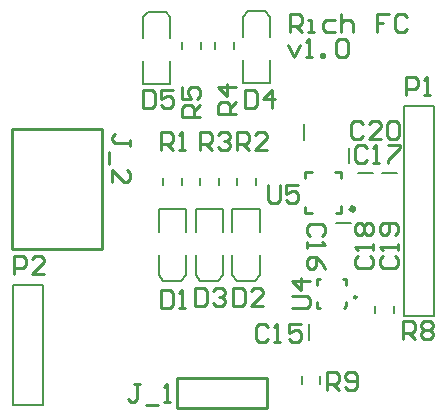
<source format=gto>
G04 Layer_Color=65535*
%FSLAX24Y24*%
%MOIN*%
G70*
G01*
G75*
%ADD19C,0.0197*%
%ADD37C,0.0100*%
%ADD38C,0.0079*%
D19*
X11457Y6905D02*
G03*
X11457Y6905I-39J0D01*
G01*
D37*
X11551Y3970D02*
G03*
X11551Y3970I-39J0D01*
G01*
X75Y5587D02*
Y9587D01*
Y5587D02*
X3075D01*
Y9587D01*
X75D02*
X3075D01*
X5575Y290D02*
Y1263D01*
Y290D02*
X8587D01*
Y1263D01*
X5575D02*
X8587D01*
X11220Y3671D02*
Y3809D01*
Y4360D02*
Y4577D01*
X11091D02*
X11220D01*
X10236D02*
X10354D01*
X10236Y3592D02*
Y3809D01*
Y4360D02*
Y4577D01*
Y3592D02*
X10354D01*
X11122D02*
X11220Y3671D01*
X10827Y8145D02*
X11024D01*
X10866Y6767D02*
X11024D01*
Y7001D01*
X9843Y6767D02*
X10077D01*
X9843D02*
Y6983D01*
Y7944D02*
Y8145D01*
X10077D01*
X11024Y7944D02*
Y8145D01*
X8618Y2960D02*
X8518Y3060D01*
X8318D01*
X8219Y2960D01*
Y2561D01*
X8318Y2461D01*
X8518D01*
X8618Y2561D01*
X8818Y2461D02*
X9018D01*
X8918D01*
Y3060D01*
X8818Y2960D01*
X9718Y3060D02*
X9318D01*
Y2761D01*
X9518Y2860D01*
X9618D01*
X9718Y2761D01*
Y2561D01*
X9618Y2461D01*
X9418D01*
X9318Y2561D01*
X10392Y6022D02*
X10492Y6122D01*
Y6322D01*
X10392Y6422D01*
X9992D01*
X9892Y6322D01*
Y6122D01*
X9992Y6022D01*
X9892Y5822D02*
Y5623D01*
Y5722D01*
X10492D01*
X10392Y5822D01*
X10492Y4923D02*
X10392Y5123D01*
X10192Y5323D01*
X9992D01*
X9892Y5223D01*
Y5023D01*
X9992Y4923D01*
X10092D01*
X10192Y5023D01*
Y5323D01*
X11916Y8940D02*
X11816Y9040D01*
X11616D01*
X11516Y8940D01*
Y8540D01*
X11616Y8440D01*
X11816D01*
X11916Y8540D01*
X12116Y8440D02*
X12315D01*
X12216D01*
Y9040D01*
X12116Y8940D01*
X12615Y9040D02*
X13015D01*
Y8940D01*
X12615Y8540D01*
Y8440D01*
X11606Y5346D02*
X11506Y5246D01*
Y5046D01*
X11606Y4946D01*
X12006D01*
X12106Y5046D01*
Y5246D01*
X12006Y5346D01*
X12106Y5546D02*
Y5746D01*
Y5646D01*
X11506D01*
X11606Y5546D01*
Y6046D02*
X11506Y6145D01*
Y6345D01*
X11606Y6445D01*
X11706D01*
X11806Y6345D01*
X11906Y6445D01*
X12006D01*
X12106Y6345D01*
Y6145D01*
X12006Y6046D01*
X11906D01*
X11806Y6145D01*
X11706Y6046D01*
X11606D01*
X11806Y6145D02*
Y6345D01*
X12443Y5346D02*
X12343Y5246D01*
Y5046D01*
X12443Y4946D01*
X12843D01*
X12943Y5046D01*
Y5246D01*
X12843Y5346D01*
X12943Y5546D02*
Y5746D01*
Y5646D01*
X12343D01*
X12443Y5546D01*
X12843Y6046D02*
X12943Y6145D01*
Y6345D01*
X12843Y6445D01*
X12443D01*
X12343Y6345D01*
Y6145D01*
X12443Y6046D01*
X12543D01*
X12643Y6145D01*
Y6445D01*
X11768Y9727D02*
X11668Y9827D01*
X11468D01*
X11368Y9727D01*
Y9327D01*
X11468Y9227D01*
X11668D01*
X11768Y9327D01*
X12368Y9227D02*
X11968D01*
X12368Y9627D01*
Y9727D01*
X12268Y9827D01*
X12068D01*
X11968Y9727D01*
X12568D02*
X12668Y9827D01*
X12868D01*
X12968Y9727D01*
Y9327D01*
X12868Y9227D01*
X12668D01*
X12568Y9327D01*
Y9727D01*
X5044Y4217D02*
Y3617D01*
X5344D01*
X5444Y3717D01*
Y4117D01*
X5344Y4217D01*
X5044D01*
X5644Y3617D02*
X5844D01*
X5744D01*
Y4217D01*
X5644Y4117D01*
X7431Y4266D02*
Y3666D01*
X7731D01*
X7831Y3766D01*
Y4166D01*
X7731Y4266D01*
X7431D01*
X8431Y3666D02*
X8031D01*
X8431Y4066D01*
Y4166D01*
X8331Y4266D01*
X8131D01*
X8031Y4166D01*
X6176Y4266D02*
Y3666D01*
X6476D01*
X6576Y3766D01*
Y4166D01*
X6476Y4266D01*
X6176D01*
X6776Y4166D02*
X6876Y4266D01*
X7076D01*
X7176Y4166D01*
Y4066D01*
X7076Y3966D01*
X6976D01*
X7076D01*
X7176Y3866D01*
Y3766D01*
X7076Y3666D01*
X6876D01*
X6776Y3766D01*
X7825Y10861D02*
Y10261D01*
X8125D01*
X8225Y10361D01*
Y10761D01*
X8125Y10861D01*
X7825D01*
X8725Y10261D02*
Y10861D01*
X8425Y10561D01*
X8824D01*
X4429Y10885D02*
Y10285D01*
X4729D01*
X4829Y10385D01*
Y10785D01*
X4729Y10885D01*
X4429D01*
X5429D02*
X5029D01*
Y10585D01*
X5229Y10685D01*
X5329D01*
X5429Y10585D01*
Y10385D01*
X5329Y10285D01*
X5129D01*
X5029Y10385D01*
X4337Y1067D02*
X4137D01*
X4237D01*
Y567D01*
X4137Y468D01*
X4037D01*
X3937Y567D01*
X4537Y368D02*
X4937D01*
X5137Y468D02*
X5337D01*
X5237D01*
Y1067D01*
X5137Y967D01*
X3995Y9000D02*
Y9200D01*
Y9100D01*
X3496D01*
X3396Y9200D01*
Y9300D01*
X3496Y9400D01*
X3296Y8800D02*
Y8400D01*
X3396Y7800D02*
Y8200D01*
X3796Y7800D01*
X3896D01*
X3995Y7900D01*
Y8100D01*
X3896Y8200D01*
X13197Y10691D02*
Y11291D01*
X13497D01*
X13597Y11191D01*
Y10991D01*
X13497Y10891D01*
X13197D01*
X13797Y10691D02*
X13997D01*
X13897D01*
Y11291D01*
X13797Y11191D01*
X5044Y8858D02*
Y9458D01*
X5344D01*
X5444Y9358D01*
Y9158D01*
X5344Y9058D01*
X5044D01*
X5244D02*
X5444Y8858D01*
X5644D02*
X5844D01*
X5744D01*
Y9458D01*
X5644Y9358D01*
X7579Y8858D02*
Y9458D01*
X7879D01*
X7979Y9358D01*
Y9158D01*
X7879Y9058D01*
X7579D01*
X7779D02*
X7979Y8858D01*
X8578D02*
X8179D01*
X8578Y9258D01*
Y9358D01*
X8478Y9458D01*
X8279D01*
X8179Y9358D01*
X6348Y8858D02*
Y9458D01*
X6648D01*
X6748Y9358D01*
Y9158D01*
X6648Y9058D01*
X6348D01*
X6548D02*
X6748Y8858D01*
X6948Y9358D02*
X7048Y9458D01*
X7248D01*
X7348Y9358D01*
Y9258D01*
X7248Y9158D01*
X7148D01*
X7248D01*
X7348Y9058D01*
Y8958D01*
X7248Y8858D01*
X7048D01*
X6948Y8958D01*
X7530Y10089D02*
X6930D01*
Y10388D01*
X7030Y10488D01*
X7230D01*
X7330Y10388D01*
Y10089D01*
Y10289D02*
X7530Y10488D01*
Y10988D02*
X6930D01*
X7230Y10688D01*
Y11088D01*
X6348Y9990D02*
X5749D01*
Y10290D01*
X5849Y10390D01*
X6049D01*
X6148Y10290D01*
Y9990D01*
Y10190D02*
X6348Y10390D01*
X5749Y10990D02*
Y10590D01*
X6049D01*
X5949Y10790D01*
Y10890D01*
X6049Y10990D01*
X6248D01*
X6348Y10890D01*
Y10690D01*
X6248Y10590D01*
X13091Y2559D02*
Y3159D01*
X13390D01*
X13490Y3059D01*
Y2859D01*
X13390Y2759D01*
X13091D01*
X13290D02*
X13490Y2559D01*
X13690Y3059D02*
X13790Y3159D01*
X13990D01*
X14090Y3059D01*
Y2959D01*
X13990Y2859D01*
X14090Y2759D01*
Y2659D01*
X13990Y2559D01*
X13790D01*
X13690Y2659D01*
Y2759D01*
X13790Y2859D01*
X13690Y2959D01*
Y3059D01*
X13790Y2859D02*
X13990D01*
X10581Y861D02*
Y1461D01*
X10881D01*
X10981Y1361D01*
Y1161D01*
X10881Y1061D01*
X10581D01*
X10781D02*
X10981Y861D01*
X11181Y961D02*
X11280Y861D01*
X11480D01*
X11580Y961D01*
Y1361D01*
X11480Y1461D01*
X11280D01*
X11181Y1361D01*
Y1261D01*
X11280Y1161D01*
X11580D01*
X9390Y3593D02*
X9890D01*
X9990Y3692D01*
Y3892D01*
X9890Y3992D01*
X9390D01*
X9990Y4492D02*
X9390D01*
X9690Y4192D01*
Y4592D01*
X8612Y7711D02*
Y7211D01*
X8712Y7111D01*
X8912D01*
X9012Y7211D01*
Y7711D01*
X9612D02*
X9212D01*
Y7411D01*
X9412Y7511D01*
X9512D01*
X9612Y7411D01*
Y7211D01*
X9512Y7111D01*
X9312D01*
X9212Y7211D01*
X150Y4726D02*
Y5326D01*
X450D01*
X550Y5226D01*
Y5026D01*
X450Y4926D01*
X150D01*
X1150Y4726D02*
X750D01*
X1150Y5126D01*
Y5226D01*
X1050Y5326D01*
X850D01*
X750Y5226D01*
X9326Y12820D02*
Y13420D01*
X9626D01*
X9726Y13320D01*
Y13120D01*
X9626Y13020D01*
X9326D01*
X9526D02*
X9726Y12820D01*
X9926D02*
X10126D01*
X10026D01*
Y13220D01*
X9926D01*
X10825D02*
X10525D01*
X10425Y13120D01*
Y12920D01*
X10525Y12820D01*
X10825D01*
X11025Y13420D02*
Y12820D01*
Y13120D01*
X11125Y13220D01*
X11325D01*
X11425Y13120D01*
Y12820D01*
X12625Y13420D02*
X12225D01*
Y13120D01*
X12425D01*
X12225D01*
Y12820D01*
X13225Y13320D02*
X13125Y13420D01*
X12925D01*
X12825Y13320D01*
Y12920D01*
X12925Y12820D01*
X13125D01*
X13225Y12920D01*
X9277Y12383D02*
X9477Y11983D01*
X9676Y12383D01*
X9876Y11983D02*
X10076D01*
X9976D01*
Y12583D01*
X9876Y12483D01*
X10376Y11983D02*
Y12083D01*
X10476D01*
Y11983D01*
X10376D01*
X10876Y12483D02*
X10976Y12583D01*
X11176D01*
X11276Y12483D01*
Y12083D01*
X11176Y11983D01*
X10976D01*
X10876Y12083D01*
Y12483D01*
D38*
X13132Y3356D02*
Y10356D01*
Y3356D02*
X14132D01*
Y10356D01*
X13132D02*
X14132D01*
X91Y386D02*
X1091D01*
X91D02*
Y4386D01*
X1091Y386D02*
Y4386D01*
X91D02*
X1091D01*
X9961Y2549D02*
Y3061D01*
X11604Y8105D02*
X12116D01*
X12392D02*
X12904D01*
X10866Y6432D02*
X11378D01*
X9813Y9218D02*
Y9729D01*
X6358Y12242D02*
Y12478D01*
X5728Y12242D02*
Y12478D01*
X4444Y12623D02*
Y13292D01*
X5192Y13489D02*
X5349Y13292D01*
X4444D02*
X4601Y13489D01*
X5349Y12623D02*
Y13292D01*
X4601Y13489D02*
X5192D01*
X4444Y11088D02*
X5349D01*
X4444D02*
Y11836D01*
X5349Y11088D02*
Y11836D01*
X7475Y12242D02*
Y12478D01*
X6845Y12242D02*
Y12478D01*
X7766Y12648D02*
Y13317D01*
X8514Y13514D02*
X8671Y13317D01*
X7766D02*
X7923Y13514D01*
X8671Y12648D02*
Y13317D01*
X7923Y13514D02*
X8514D01*
X7766Y11112D02*
X8671D01*
X7766D02*
Y11860D01*
X8671Y11112D02*
Y11860D01*
X7096Y4695D02*
Y5364D01*
X6191Y4695D02*
X6348Y4498D01*
X6939D02*
X7096Y4695D01*
X6191D02*
Y5364D01*
X6348Y4498D02*
X6939D01*
X6191Y6900D02*
X7096D01*
Y6152D02*
Y6900D01*
X6191Y6152D02*
Y6900D01*
X8327Y4695D02*
Y5364D01*
X7421Y4695D02*
X7579Y4498D01*
X8169D02*
X8327Y4695D01*
X7421D02*
Y5364D01*
X7579Y4498D02*
X8169D01*
X7421Y6900D02*
X8327D01*
Y6152D02*
Y6900D01*
X7421Y6152D02*
Y6900D01*
X11299Y8430D02*
Y8942D01*
X12815Y3435D02*
Y3671D01*
X12185Y3435D02*
Y3671D01*
X10354Y1088D02*
Y1324D01*
X9724Y1088D02*
Y1324D01*
X6329Y7697D02*
Y7933D01*
X6959Y7697D02*
Y7933D01*
X5098Y7707D02*
Y7943D01*
X5728Y7707D02*
Y7943D01*
X7559Y7707D02*
Y7943D01*
X8189Y7707D02*
Y7943D01*
X4961Y6152D02*
Y6900D01*
X5866Y6152D02*
Y6900D01*
X4961D02*
X5866D01*
X5118Y4498D02*
X5709D01*
X4961Y4695D02*
Y5364D01*
X5709Y4498D02*
X5866Y4695D01*
X4961D02*
X5118Y4498D01*
X5866Y4695D02*
Y5364D01*
M02*

</source>
